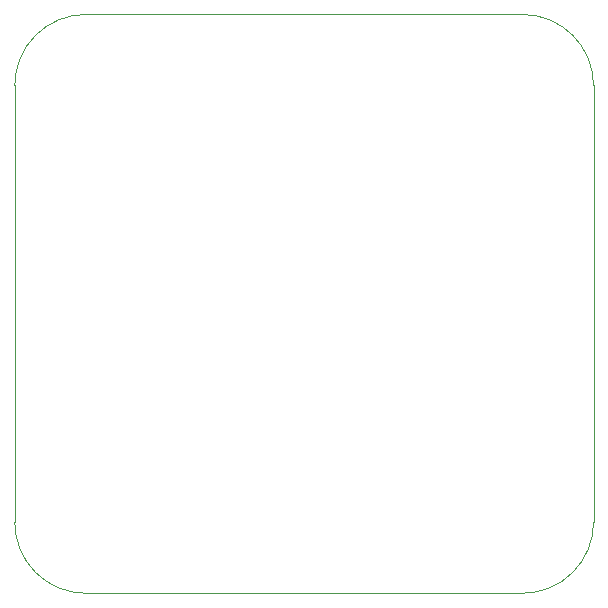
<source format=gbr>
%TF.GenerationSoftware,KiCad,Pcbnew,8.0.2*%
%TF.CreationDate,2024-07-16T14:46:28-07:00*%
%TF.ProjectId,sensor-node-rev-2,73656e73-6f72-42d6-9e6f-64652d726576,rev?*%
%TF.SameCoordinates,Original*%
%TF.FileFunction,Profile,NP*%
%FSLAX46Y46*%
G04 Gerber Fmt 4.6, Leading zero omitted, Abs format (unit mm)*
G04 Created by KiCad (PCBNEW 8.0.2) date 2024-07-16 14:46:28*
%MOMM*%
%LPD*%
G01*
G04 APERTURE LIST*
%TA.AperFunction,Profile*%
%ADD10C,0.050000*%
%TD*%
G04 APERTURE END LIST*
D10*
X117000000Y-96000000D02*
G75*
G02*
X123000000Y-102000000I0J-6000000D01*
G01*
X122999999Y-138999999D02*
G75*
G02*
X116999999Y-144999999I-5999999J-1D01*
G01*
X116999999Y-144999999D02*
X80000000Y-145000000D01*
X117000000Y-96000000D02*
X80000001Y-96000001D01*
X123000000Y-102000000D02*
X122999999Y-138999999D01*
X74000000Y-138999999D02*
X74000000Y-102000001D01*
X80000001Y-144999999D02*
G75*
G02*
X74000001Y-138999999I-1J5999999D01*
G01*
X74000001Y-102000001D02*
G75*
G02*
X80000001Y-96000001I5999999J1D01*
G01*
M02*

</source>
